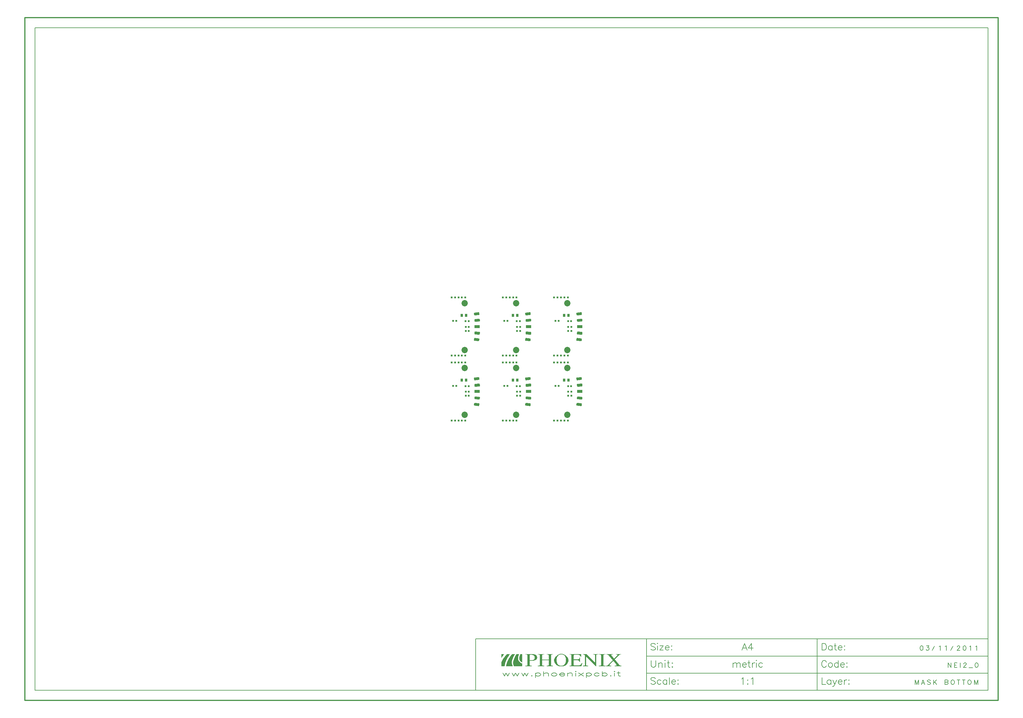
<source format=gbr>
G04 CAM350 V10.2.2 (Build 401) Date:  Thu Nov 03 10:21:45 2011 *
G04 Database: \\SRVPHOENIX\Users\Marina\Documenti\Untitled.cam *
G04 Layer 5: SMB *
%FSLAX33Y33*%
%MOMM*%
%SFA1.000B1.000*%

%MIA0B0*%
%IPPOS*%
%ADD10C,0.25400*%
%ADD22C,0.60096*%
%ADD73R,1.57480X0.81280*%
%ADD30C,1.85090*%
%ADD31R,0.60071X0.60071*%
%ADD32R,0.66040X0.93980*%
%ADD46C,0.12700*%
%ADD84C,0.20000*%
%ADD112C,0.30000*%
%LNSMB*%
%LPD*%
G36*
X25520Y-62644D02*
G01Y-61414D01*
X26337*
X26338Y-61416*
X26280Y-61474*
Y-61491*
X26228Y-61543*
Y-61561*
X26176Y-61613*
Y-61631*
X26123Y-61683*
Y-61700*
X26071Y-61752*
Y-61770*
X26036Y-61805*
Y-61822*
X26001Y-61857*
Y-61875*
X25949Y-61927*
Y-61944*
X25932Y-61962*
Y-61979*
X25879Y-62031*
Y-62049*
X25844Y-62084*
Y-62101*
X25827Y-62119*
Y-62136*
X25810Y-62154*
Y-62171*
X25792Y-62188*
Y-62206*
X25757Y-62241*
Y-62258*
X25722Y-62293*
Y-62310*
X25705Y-62328*
Y-62345*
X25670Y-62380*
Y-62397*
X25653Y-62415*
Y-62432*
X25635Y-62450*
Y-62467*
X25618Y-62485*
Y-62502*
X25583Y-62537*
Y-62554*
X25566Y-62572*
Y-62589*
X25548Y-62607*
Y-62644*
X25520*
G37*
G36*
X30767Y-62764D02*
G01Y-62602D01*
X30785Y-62585*
Y-62445*
X30802Y-62428*
Y-62323*
X30820Y-62306*
Y-62236*
X30837Y-62219*
Y-62166*
X30854Y-62149*
Y-62114*
X30872Y-62097*
Y-62045*
X30889Y-62027*
Y-61992*
X30907Y-61975*
Y-61940*
X30924Y-61922*
Y-61888*
X30942Y-61870*
Y-61835*
X30959Y-61818*
Y-61783*
X30976Y-61766*
Y-61731*
X30994Y-61713*
Y-61696*
X31011Y-61679*
Y-61661*
X31029Y-61643*
Y-61591*
X31046Y-61574*
Y-61539*
X31064Y-61522*
Y-61469*
X31098Y-61434*
Y-61414*
X31597*
Y-63865*
X31569*
Y-63844*
X31554Y-63829*
X31502Y-63812*
X31484Y-63794*
X31414Y-63759*
X31397Y-63742*
X31362Y-63724*
X31345Y-63707*
X31310Y-63689*
X31292Y-63672*
X31257Y-63655*
X31223Y-63620*
X31188Y-63602*
X31135Y-63550*
X31101Y-63533*
X31011Y-63443*
Y-63426*
X30959Y-63374*
Y-63356*
X30924Y-63321*
Y-63304*
X30907Y-63287*
Y-63269*
X30889Y-63252*
Y-63234*
X30872Y-63217*
Y-63199*
X30854Y-63182*
Y-63147*
X30837Y-63130*
Y-63095*
X30820Y-63077*
Y-63043*
X30802Y-63025*
Y-62955*
X30785Y-62938*
Y-62781*
X30767Y-62764*
G37*
G36*
X54088Y-64963D02*
G01Y-64861D01*
X54236Y-64856*
X54364Y-64839*
X54472Y-64811*
X54561Y-64772*
X54630Y-64721*
X54679Y-64660*
X54709Y-64587*
X54719Y-64502*
Y-61865*
X54709Y-61783*
X54679Y-61713*
X54630Y-61653*
X54561Y-61604*
X54472Y-61566*
X54364Y-61538*
X54236Y-61522*
X54088Y-61517*
Y-61415*
X56006*
Y-61517*
X55858Y-61522*
X55730Y-61538*
X55621Y-61566*
X55533Y-61604*
X55463Y-61653*
X55415Y-61713*
X55385Y-61783*
X55375Y-61865*
Y-64502*
X55385Y-64587*
X55415Y-64660*
X55463Y-64721*
X55533Y-64772*
X55621Y-64811*
X55730Y-64839*
X55858Y-64856*
X56006Y-64861*
Y-64963*
X54088*
G37*
G36*
X25520D02*
G01Y-63857D01*
X25538Y-63840*
Y-63805*
X25555Y-63788*
Y-63770*
X25573Y-63753*
Y-63735*
X25590Y-63718*
Y-63701*
X25607Y-63683*
Y-63648*
X25625Y-63631*
Y-63613*
X25642Y-63596*
Y-63578*
X25660Y-63561*
Y-63526*
X25695Y-63491*
Y-63457*
X25712Y-63439*
Y-63421*
X25730Y-63404*
Y-63387*
X25747Y-63369*
Y-63352*
X25764Y-63334*
Y-63317*
X25782Y-63300*
Y-63282*
X25799Y-63265*
Y-63247*
X25817Y-63230*
Y-63212*
X25834Y-63195*
Y-63178*
X25852Y-63160*
Y-63143*
X25869Y-63125*
Y-63108*
X25886Y-63091*
Y-63073*
X25921Y-63038*
Y-63021*
X25939Y-63003*
Y-62986*
X25956Y-62968*
Y-62951*
X25973Y-62934*
Y-62916*
X26008Y-62881*
Y-62864*
X26043Y-62829*
Y-62812*
X26061Y-62794*
Y-62777*
X26096Y-62742*
Y-62724*
X26113Y-62707*
Y-62689*
X26148Y-62655*
Y-62637*
X26200Y-62585*
Y-62568*
X26252Y-62515*
Y-62498*
X26287Y-62463*
Y-62445*
X26375Y-62358*
Y-62341*
X26462Y-62254*
Y-62236*
X26549Y-62149*
Y-62132*
X26619Y-62062*
Y-62045*
X26671Y-61992*
Y-61975*
X26758Y-61888*
Y-61870*
X26862Y-61766*
Y-61747*
X26897Y-61730*
Y-61713*
X27176Y-61434*
Y-61414*
X28041*
Y-61439*
X27989Y-61491*
Y-61508*
X27849Y-61648*
Y-61683*
X27814Y-61718*
Y-61735*
X27795Y-61755*
X27762Y-61771*
Y-61805*
X27710Y-61857*
Y-61892*
X27692Y-61909*
Y-61927*
X27657Y-61962*
Y-61979*
X27623Y-62014*
Y-62031*
X27605Y-62049*
Y-62066*
X27570Y-62101*
Y-62119*
X27536Y-62154*
Y-62171*
X27518Y-62188*
Y-62206*
X27483Y-62241*
Y-62258*
X27466Y-62275*
Y-62293*
X27431Y-62328*
Y-62345*
X27413Y-62363*
Y-62380*
X27379Y-62415*
Y-62432*
X27344Y-62467*
Y-62485*
X27326Y-62502*
Y-62520*
X27309Y-62537*
Y-62572*
X27289Y-62591*
X27257Y-62608*
Y-62624*
X27239Y-62641*
Y-62659*
X27222Y-62676*
Y-62694*
X27204Y-62711*
Y-62729*
X27187Y-62746*
Y-62764*
X27169Y-62781*
Y-62798*
X27152Y-62816*
Y-62833*
X27134Y-62851*
Y-62868*
X27117Y-62886*
Y-62903*
X27100Y-62920*
Y-62938*
X27082Y-62955*
Y-62973*
X27065Y-62990*
Y-63007*
X27047Y-63025*
Y-63043*
X27030Y-63060*
Y-63095*
X27013Y-63112*
Y-63130*
X26995Y-63147*
Y-63164*
X26978Y-63182*
Y-63217*
X26960Y-63234*
Y-63252*
X26943Y-63269*
Y-63287*
X26925Y-63304*
Y-63339*
X26908Y-63356*
Y-63374*
X26890Y-63391*
Y-63426*
X26873Y-63443*
Y-63461*
X26856Y-63478*
Y-63513*
X26838Y-63530*
Y-63548*
X26821Y-63565*
Y-63600*
X26803Y-63618*
Y-63653*
X26786Y-63670*
Y-63705*
X26768Y-63722*
Y-63740*
X26751Y-63757*
Y-63809*
X26734Y-63827*
Y-63844*
X26716Y-63862*
Y-63949*
X26699Y-63966*
Y-64002*
X26664Y-64020*
Y-64036*
X26646Y-64053*
Y-64106*
X26629Y-64123*
Y-64193*
X26611Y-64210*
Y-64280*
X26594Y-64298*
Y-64367*
X26577Y-64385*
Y-64454*
X26559Y-64472*
Y-64559*
X26542Y-64576*
Y-64646*
X26524Y-64664*
Y-64768*
X26507Y-64786*
Y-64855*
X26490Y-64873*
Y-64963*
X25520*
G37*
G36*
X28954Y-64158D02*
G01Y-63927D01*
X28972Y-63910*
Y-63753*
X28989Y-63735*
Y-63648*
X29007Y-63631*
Y-63561*
X29024Y-63544*
Y-63491*
X29042Y-63474*
Y-63421*
X29059Y-63404*
Y-63369*
X29076Y-63352*
Y-63300*
X29094Y-63282*
Y-63247*
X29111Y-63230*
Y-63195*
X29129Y-63178*
Y-63143*
X29146Y-63125*
Y-63108*
X29164Y-63091*
Y-63055*
X29181Y-63038*
Y-63003*
X29198Y-62986*
Y-62951*
X29216Y-62934*
Y-62916*
X29233Y-62899*
Y-62881*
X29251Y-62864*
Y-62829*
X29268Y-62812*
Y-62777*
X29286Y-62759*
Y-62742*
X29303Y-62724*
Y-62689*
X29320Y-62672*
Y-62637*
X29338Y-62620*
Y-62602*
X29355Y-62585*
Y-62568*
X29373Y-62550*
Y-62515*
X29390Y-62498*
Y-62463*
X29408Y-62445*
Y-62428*
X29425Y-62411*
Y-62358*
X29460Y-62323*
Y-62289*
X29477Y-62271*
Y-62254*
X29495Y-62236*
Y-62219*
X29512Y-62202*
Y-62184*
X29530Y-62166*
Y-62132*
X29547Y-62114*
Y-62097*
X29582Y-62062*
Y-62027*
X29599Y-62010*
Y-61992*
X29634Y-61957*
Y-61940*
X29652Y-61922*
Y-61905*
X29669Y-61888*
Y-61870*
X29704Y-61835*
Y-61818*
X29791Y-61731*
Y-61713*
X29809Y-61696*
Y-61679*
X29826Y-61661*
Y-61643*
X29843Y-61626*
Y-61609*
X29878Y-61574*
Y-61556*
X29896Y-61539*
Y-61522*
X29931Y-61487*
Y-61469*
X29948Y-61452*
Y-61414*
X30729*
X30730Y-61416*
X30708Y-61439*
Y-61456*
X30690Y-61474*
Y-61508*
X30673Y-61526*
Y-61543*
X30656Y-61561*
Y-61596*
X30638Y-61613*
Y-61631*
X30621Y-61648*
Y-61683*
X30603Y-61700*
Y-61718*
X30586Y-61735*
Y-61770*
X30569Y-61787*
Y-61822*
X30551Y-61840*
Y-61875*
X30534Y-61892*
Y-61927*
X30516Y-61944*
Y-61979*
X30499Y-61997*
Y-62066*
X30481Y-62084*
Y-62119*
X30464Y-62136*
Y-62206*
X30447Y-62223*
Y-62310*
X30429Y-62328*
Y-62432*
X30412Y-62450*
Y-62829*
X30429Y-62846*
Y-62916*
X30447Y-62934*
Y-63021*
X30464Y-63038*
Y-63073*
X30499Y-63108*
Y-63160*
X30516Y-63178*
Y-63212*
X30534Y-63230*
Y-63265*
X30551Y-63282*
Y-63300*
X30569Y-63317*
Y-63334*
X30586Y-63352*
Y-63369*
X30621Y-63404*
Y-63421*
X30656Y-63457*
Y-63474*
X30726Y-63544*
Y-63561*
X30743Y-63578*
Y-63596*
X30845Y-63698*
X30880Y-63716*
X30900Y-63735*
Y-63753*
X30915Y-63768*
X30950Y-63785*
X30985Y-63821*
X31020Y-63838*
X31144Y-63962*
Y-63977*
X31227Y-63994*
X31299Y-64030*
X31316Y-64047*
X31454Y-64116*
X31507Y-64134*
X31541Y-64151*
X31597Y-64170*
Y-64963*
X29181*
Y-64925*
X29164Y-64908*
Y-64890*
X29146Y-64873*
Y-64855*
X29129Y-64838*
Y-64803*
X29111Y-64786*
Y-64751*
X29094Y-64733*
Y-64716*
X29076Y-64699*
Y-64664*
X29059Y-64646*
Y-64611*
X29042Y-64594*
Y-64542*
X29024Y-64524*
Y-64489*
X29007Y-64472*
Y-64419*
X28989Y-64402*
Y-64315*
X28972Y-64298*
Y-64176*
X28954Y-64158*
G37*
G36*
X26897Y-64963D02*
G01Y-64903D01*
X26915Y-64886*
Y-64816*
X26932Y-64799*
Y-64729*
X26950Y-64712*
Y-64642*
X26967Y-64624*
Y-64572*
X26985Y-64555*
Y-64485*
X27002Y-64467*
Y-64415*
X27019Y-64398*
Y-64363*
X27037Y-64346*
Y-64311*
X27054Y-64293*
Y-64241*
X27072Y-64223*
Y-64171*
X27089Y-64154*
Y-64136*
X27107Y-64119*
Y-64067*
X27124Y-64049*
Y-64014*
X27142Y-63997*
Y-63962*
X27159Y-63944*
Y-63927*
X27176Y-63910*
Y-63875*
X27194Y-63857*
Y-63823*
X27211Y-63805*
Y-63788*
X27229Y-63770*
Y-63735*
X27246Y-63718*
Y-63683*
X27264Y-63666*
Y-63648*
X27281Y-63631*
Y-63613*
X27298Y-63596*
Y-63561*
X27316Y-63544*
Y-63526*
X27333Y-63509*
Y-63474*
X27351Y-63457*
Y-63439*
X27368Y-63421*
Y-63404*
X27385Y-63387*
Y-63369*
X27403Y-63352*
Y-63334*
X27420Y-63317*
Y-63300*
X27438Y-63282*
Y-63265*
X27455Y-63247*
Y-63230*
X27473Y-63212*
Y-63195*
X27490Y-63178*
Y-63160*
X27508Y-63143*
Y-63125*
X27525Y-63108*
Y-63091*
X27542Y-63073*
Y-63055*
X27560Y-63038*
Y-63021*
X27577Y-63003*
Y-62986*
X27595Y-62968*
Y-62951*
X27612Y-62934*
Y-62916*
X27647Y-62881*
Y-62864*
X27664Y-62846*
Y-62829*
X27699Y-62794*
Y-62777*
X27717Y-62759*
Y-62742*
X27734Y-62724*
Y-62707*
X27769Y-62672*
Y-62655*
X27786Y-62637*
Y-62620*
X27821Y-62585*
Y-62568*
X27839Y-62550*
Y-62533*
X27874Y-62498*
Y-62480*
X27908Y-62445*
Y-62428*
X27943Y-62393*
Y-62376*
X27978Y-62341*
Y-62323*
X28013Y-62289*
Y-62271*
X28048Y-62236*
Y-62219*
X28083Y-62184*
Y-62166*
X28135Y-62114*
Y-62097*
X28187Y-62045*
Y-62027*
X28240Y-61975*
Y-61957*
X28292Y-61905*
Y-61888*
X28362Y-61818*
Y-61800*
X28397Y-61766*
Y-61731*
X28416Y-61711*
X28451Y-61694*
X28501Y-61643*
Y-61626*
X28553Y-61574*
Y-61556*
X28625Y-61484*
X28658Y-61468*
Y-61452*
X28696Y-61414*
X29579*
X29580Y-61416*
X29558Y-61439*
Y-61457*
X29523Y-61475*
Y-61491*
X29453Y-61561*
Y-61578*
X29401Y-61631*
Y-61648*
X29366Y-61683*
Y-61700*
X29348Y-61718*
Y-61735*
X29314Y-61770*
Y-61787*
X29296Y-61805*
Y-61822*
X29261Y-61857*
Y-61875*
X29226Y-61909*
Y-61927*
X29209Y-61944*
Y-61962*
X29191Y-61979*
Y-61997*
X29157Y-62031*
Y-62066*
X29122Y-62101*
Y-62119*
X29104Y-62136*
Y-62154*
X29087Y-62171*
Y-62188*
X29069Y-62206*
Y-62223*
X29052Y-62241*
Y-62275*
X29035Y-62293*
Y-62310*
X29017Y-62328*
Y-62345*
X29000Y-62363*
Y-62380*
X28982Y-62397*
Y-62415*
X28965Y-62432*
Y-62467*
X28947Y-62485*
Y-62502*
X28930Y-62520*
Y-62554*
X28912Y-62572*
Y-62589*
X28895Y-62607*
Y-62641*
X28878Y-62659*
Y-62676*
X28860Y-62694*
Y-62729*
X28843Y-62746*
Y-62781*
X28825Y-62798*
Y-62833*
X28808Y-62851*
Y-62886*
X28791Y-62903*
Y-62938*
X28773Y-62955*
Y-62990*
X28756Y-63007*
Y-63043*
X28738Y-63060*
Y-63077*
X28721Y-63095*
Y-63112*
X28705Y-63127*
X28721Y-63143*
Y-63164*
X28703Y-63182*
Y-63234*
X28686Y-63252*
Y-63287*
X28668Y-63304*
Y-63339*
X28651Y-63356*
Y-63409*
X28634Y-63426*
Y-63478*
X28616Y-63496*
Y-63600*
X28599Y-63618*
Y-64136*
X28616Y-64154*
Y-64241*
X28634Y-64258*
Y-64346*
X28651Y-64363*
Y-64415*
X28668Y-64433*
Y-64467*
X28686Y-64485*
Y-64537*
X28703Y-64555*
Y-64572*
X28721Y-64590*
Y-64624*
X28738Y-64642*
Y-64677*
X28756Y-64694*
Y-64729*
X28773Y-64746*
Y-64764*
X28791Y-64781*
Y-64799*
X28808Y-64816*
Y-64834*
X28825Y-64851*
Y-64886*
X28860Y-64921*
Y-64963*
X26897*
G37*
G36*
X32598D02*
G01Y-64861D01*
X32731Y-64856*
X32846Y-64839*
X32943Y-64811*
X33023Y-64772*
X33085Y-64721*
X33129Y-64660*
X33156Y-64587*
X33165Y-64502*
Y-61865*
X33158Y-61783*
X33137Y-61712*
X33103Y-61654*
X33055Y-61608*
X32978Y-61568*
X32876Y-61540*
X32750Y-61522*
X32598Y-61517*
Y-61415*
X34329*
X34518Y-61418*
X34697Y-61430*
X34864Y-61448*
X35021Y-61474*
X35166Y-61507*
X35301Y-61548*
X35425Y-61595*
X35539Y-61651*
X35650Y-61719*
X35747Y-61795*
X35828Y-61879*
X35896Y-61971*
X35947Y-62071*
X35985Y-62178*
X36007Y-62294*
X36015Y-62417*
X36006Y-62542*
X35980Y-62660*
X35935Y-62770*
X35873Y-62873*
X35794Y-62969*
X35697Y-63056*
X35581Y-63137*
X35449Y-63210*
X35329Y-63264*
X35204Y-63310*
X35074Y-63347*
X34939Y-63376*
X34798Y-63398*
X34654Y-63412*
X34503Y-63417*
X34349Y-63414*
X33821Y-63393*
Y-64529*
X33830Y-64607*
X33857Y-64675*
X33902Y-64732*
X33966Y-64778*
X34047Y-64815*
X34147Y-64841*
X34264Y-64856*
X34400Y-64861*
Y-64963*
X32598*
G37*
G36*
X45473D02*
G01Y-64861D01*
X45606Y-64856*
X45721Y-64839*
X45818Y-64811*
X45898Y-64772*
X45960Y-64721*
X46004Y-64660*
X46031Y-64587*
X46040Y-64502*
Y-61865*
X46033Y-61783*
X46012Y-61712*
X45978Y-61654*
X45930Y-61608*
X45853Y-61568*
X45751Y-61540*
X45625Y-61522*
X45473Y-61517*
Y-61415*
X48890*
Y-62181*
X48755*
X48707Y-62075*
X48641Y-61974*
X48557Y-61882*
X48462Y-61800*
X48353Y-61732*
X48238Y-61679*
X48118Y-61646*
X47996Y-61634*
X47037*
X46957Y-61638*
X46887Y-61649*
X46829Y-61667*
X46781Y-61691*
X46744Y-61723*
X46717Y-61761*
X46701Y-61807*
X46696Y-61860*
Y-62996*
X47687*
X47854Y-62988*
X47999Y-62964*
X48121Y-62924*
X48222Y-62867*
X48300Y-62795*
X48356Y-62706*
X48390Y-62602*
X48401Y-62481*
X48536*
Y-63736*
X48401*
X48386Y-63607*
X48368Y-63550*
X48343Y-63496*
X48310Y-63447*
X48270Y-63401*
X48224Y-63360*
X48169Y-63323*
X48069Y-63276*
X47955Y-63242*
X47828Y-63223*
X47687Y-63216*
X46696*
Y-64529*
X46702Y-64600*
X46720Y-64655*
X46750Y-64696*
X46793Y-64722*
X46870Y-64738*
X47011Y-64743*
X48002*
X48186Y-64731*
X48274Y-64715*
X48361Y-64692*
X48443Y-64664*
X48524Y-64629*
X48678Y-64540*
X48805Y-64437*
X48909Y-64322*
X48991Y-64196*
X49051Y-64057*
X49238*
X48948Y-64963*
X45473*
G37*
G36*
X40963Y-63189D02*
G01X40976Y-63034D01*
X41015Y-62876*
X41076Y-62717*
X41160Y-62557*
X41262Y-62400*
X41382Y-62247*
X41516Y-62099*
X41665Y-61959*
X41823Y-61830*
X41991Y-61711*
X42164Y-61605*
X42344Y-61514*
X42525Y-61441*
X42708Y-61386*
X42889Y-61352*
X43067Y-61340*
X43248Y-61352*
X43432Y-61386*
X43617Y-61440*
X43801Y-61513*
X43980Y-61604*
X44155Y-61709*
X44322Y-61827*
X44481Y-61957*
X44627Y-62097*
X44762Y-62244*
X44880Y-62398*
X44982Y-62554*
X45064Y-62714*
X45126Y-62875*
X45164Y-63033*
X45178Y-63189*
X45168Y-63381*
X45142Y-63564*
X45098Y-63740*
X45036Y-63907*
X44956Y-64067*
X44859Y-64218*
X44744Y-64362*
X44611Y-64497*
X44458Y-64624*
X44295Y-64734*
X44121Y-64827*
X43937Y-64903*
X43743Y-64962*
X43538Y-65004*
X43323Y-65029*
X43099Y-65038*
X42866Y-65029*
X42644Y-65004*
X42433Y-64962*
X42234Y-64903*
X42044Y-64827*
X41866Y-64734*
X41698Y-64624*
X41542Y-64497*
X41406Y-64362*
X41289Y-64218*
X41189Y-64067*
X41108Y-63907*
X41044Y-63740*
X40999Y-63564*
X40972Y-63381*
X40963Y-63189*
G37*
G36*
X36233Y-64963D02*
G01Y-64861D01*
X36366Y-64856*
X36481Y-64839*
X36578Y-64811*
X36658Y-64772*
X36720Y-64721*
X36764Y-64660*
X36790Y-64587*
X36799Y-64502*
Y-61865*
X36790Y-61783*
X36764Y-61713*
X36720Y-61653*
X36658Y-61604*
X36578Y-61566*
X36481Y-61538*
X36366Y-61522*
X36233Y-61517*
Y-61415*
X38022*
Y-61517*
X37889Y-61522*
X37774Y-61538*
X37676Y-61566*
X37597Y-61604*
X37535Y-61653*
X37491Y-61713*
X37464Y-61783*
X37456Y-61865*
Y-63039*
X39405*
Y-61865*
X39396Y-61783*
X39370Y-61713*
X39325Y-61653*
X39264Y-61604*
X39184Y-61566*
X39087Y-61538*
X38972Y-61522*
X38839Y-61517*
Y-61415*
X40628*
Y-61517*
X40495Y-61522*
X40380Y-61538*
X40282Y-61566*
X40203Y-61604*
X40141Y-61653*
X40097Y-61713*
X40070Y-61783*
X40062Y-61865*
Y-64502*
X40070Y-64587*
X40097Y-64660*
X40141Y-64721*
X40203Y-64772*
X40282Y-64811*
X40380Y-64839*
X40495Y-64856*
X40628Y-64861*
Y-64963*
X38839*
Y-64861*
X38972Y-64856*
X39087Y-64839*
X39184Y-64811*
X39264Y-64772*
X39325Y-64721*
X39370Y-64660*
X39396Y-64587*
X39405Y-64502*
Y-63259*
X37456*
Y-64502*
X37464Y-64587*
X37491Y-64660*
X37535Y-64721*
X37597Y-64772*
X37676Y-64811*
X37774Y-64839*
X37889Y-64856*
X38022Y-64861*
Y-64963*
X36233*
G37*
G36*
X56193Y-64861D02*
G01X56278Y-64856D01*
X56364Y-64839*
X56450Y-64810*
X56537Y-64770*
X56624Y-64719*
X56712Y-64656*
X56799Y-64582*
X56888Y-64497*
X58132Y-63215*
X57151Y-62016*
X57047Y-61899*
X56941Y-61798*
X56833Y-61712*
X56725Y-61641*
X56613Y-61587*
X56501Y-61548*
X56386Y-61525*
X56270Y-61517*
Y-61415*
X58207*
Y-61517*
X57993Y-61527*
X57910Y-61539*
X57842Y-61556*
X57789Y-61578*
X57751Y-61604*
X57730Y-61636*
X57724Y-61672*
X57750Y-61752*
X57811Y-61874*
X57937Y-62079*
X58548Y-62798*
X59422Y-61902*
X59473Y-61845*
X59508Y-61789*
X59527Y-61735*
X59532Y-61683*
X59522Y-61644*
X59499Y-61610*
X59462Y-61582*
X59413Y-61558*
X59350Y-61541*
X59274Y-61527*
X59082Y-61517*
Y-61415*
X60607*
Y-61517*
X60494Y-61522*
X60384Y-61540*
X60277Y-61570*
X60173Y-61611*
X60071Y-61664*
X59972Y-61728*
X59876Y-61805*
X59783Y-61892*
X58702Y-62991*
X59918Y-64433*
X60008Y-64534*
X60099Y-64620*
X60190Y-64694*
X60283Y-64754*
X60375Y-64802*
X60469Y-64835*
X60563Y-64855*
X60658Y-64861*
Y-64963*
X58747*
Y-64861*
X58964Y-64852*
X59049Y-64840*
X59119Y-64823*
X59173Y-64801*
X59211Y-64774*
X59235Y-64743*
X59243Y-64706*
X59234Y-64640*
X59207Y-64567*
X59162Y-64490*
X59100Y-64407*
X58304Y-63425*
X57364Y-64395*
X57297Y-64471*
X57248Y-64539*
X57219Y-64598*
X57210Y-64647*
X57218Y-64698*
X57241Y-64741*
X57279Y-64778*
X57332Y-64808*
X57398Y-64832*
X57479Y-64848*
X57575Y-64858*
X57686Y-64861*
Y-64963*
X56193*
Y-64861*
G37*
G36*
X49405Y-64963D02*
G01Y-64861D01*
X49551Y-64855*
X49678Y-64838*
X49784Y-64808*
X49873Y-64766*
X49940Y-64713*
X49990Y-64647*
X50019Y-64570*
X50029Y-64481*
Y-61817*
X49898Y-61685*
X49830Y-61624*
X49742Y-61577*
X49643Y-61543*
X49530Y-61523*
X49405Y-61517*
Y-61415*
X50512*
X52982Y-63993*
Y-61849*
X52972Y-61771*
X52943Y-61704*
X52894Y-61647*
X52826Y-61600*
X52738Y-61564*
X52631Y-61537*
X52504Y-61522*
X52358Y-61517*
Y-61415*
X53890*
Y-61517*
X53743Y-61522*
X53616Y-61539*
X53509Y-61567*
X53421Y-61607*
X53352Y-61657*
X53304Y-61719*
X53275Y-61792*
X53265Y-61876*
Y-65038*
X53177Y-65036*
X50312Y-62090*
Y-64529*
X50322Y-64607*
X50351Y-64675*
X50399Y-64732*
X50468Y-64778*
X50555Y-64815*
X50663Y-64841*
X50790Y-64856*
X50936Y-64861*
Y-64963*
X49405*
G37*
%LPC*%
G36*
X34130Y-63210D02*
G01X34310Y-63216D01*
X34537Y-63203*
X34639Y-63188*
X34735Y-63166*
X34821Y-63138*
X34901Y-63104*
X34973Y-63063*
X35038Y-63016*
X35095Y-62964*
X35144Y-62904*
X35186Y-62839*
X35220Y-62767*
X35247Y-62689*
X35266Y-62605*
X35278Y-62515*
X35282Y-62417*
X35276Y-62320*
X35262Y-62229*
X35238Y-62144*
X35206Y-62065*
X35163Y-61994*
X35112Y-61928*
X35051Y-61868*
X34980Y-61814*
X34900Y-61767*
X34811Y-61727*
X34711Y-61692*
X34604Y-61663*
X34486Y-61642*
X34359Y-61626*
X34223Y-61616*
X34078Y-61613*
X33956Y-61620*
X33914Y-61629*
X33885Y-61640*
X33857Y-61669*
X33837Y-61711*
X33825Y-61768*
X33821Y-61838*
Y-63189*
X34130Y-63210*
G37*
G36*
X41702Y-63374D02*
G01X41718Y-63540D01*
X41745Y-63699*
X41783Y-63848*
X41832Y-63991*
X41892Y-64125*
X41962Y-64251*
X42044Y-64368*
X42138Y-64481*
X42240Y-64577*
X42351Y-64660*
X42470Y-64726*
X42597Y-64779*
X42732Y-64816*
X42876Y-64838*
X43028Y-64845*
X43197Y-64837*
X43357Y-64813*
X43506Y-64773*
X43646Y-64715*
X43776Y-64642*
X43897Y-64553*
X44008Y-64447*
X44109Y-64325*
X44187Y-64208*
X44255Y-64084*
X44313Y-63954*
X44360Y-63816*
X44396Y-63672*
X44423Y-63522*
X44438Y-63364*
X44444Y-63200*
X44439Y-63029*
X44425Y-62865*
X44401Y-62709*
X44368Y-62561*
X44325Y-62421*
X44273Y-62288*
X44212Y-62164*
X44142Y-62047*
X44048Y-61927*
X43945Y-61822*
X43832Y-61734*
X43710Y-61661*
X43578Y-61605*
X43436Y-61565*
X43285Y-61541*
X43125Y-61533*
X42944Y-61541*
X42776Y-61563*
X42619Y-61602*
X42475Y-61655*
X42343Y-61724*
X42222Y-61808*
X42114Y-61907*
X42018Y-62020*
X41942Y-62133*
X41877Y-62255*
X41822Y-62388*
X41777Y-62530*
X41741Y-62682*
X41716Y-62845*
X41701Y-63017*
X41697Y-63200*
X41702Y-63374*
G37*
%LPD*%
G54D10*
X19046Y13302D03*
X18881Y11390D03*
X34046Y13302D03*
X33881Y11390D03*
X49046Y13302D03*
X48881Y11390D03*
X49046Y32302D03*
X48881Y30390D03*
X34046Y32302D03*
X33881Y30390D03*
X19046Y32302D03*
X18881Y30390D03*
G54D73*
X18450Y15500D03*
X33450D03*
X48450D03*
Y34500D03*
X33450D03*
X18450D03*
G54D30*
X14807Y22378D03*
Y8622D03*
X29807Y22378D03*
Y8622D03*
X44807Y22378D03*
Y8622D03*
Y41378D03*
Y27622D03*
X29807Y41378D03*
Y27622D03*
X14807Y41378D03*
Y27622D03*
G54D31*
X12300Y17150D03*
X11400D03*
X15050Y17050D03*
X15950D03*
X15100Y15400D03*
X16000D03*
X15100Y14250D03*
X16000D03*
X27300Y17150D03*
X26400D03*
X30050Y17050D03*
X30950D03*
X30100Y15400D03*
X31000D03*
X30100Y14250D03*
X31000D03*
X42300Y17150D03*
X41400D03*
X45050Y17050D03*
X45950D03*
X45100Y15400D03*
X46000D03*
X45100Y14250D03*
X46000D03*
X42300Y36150D03*
X41400D03*
X45050Y36050D03*
X45950D03*
X45100Y34400D03*
X46000D03*
X45100Y33250D03*
X46000D03*
X27300Y36150D03*
X26400D03*
X30050Y36050D03*
X30950D03*
X30100Y34400D03*
X31000D03*
X30100Y33250D03*
X31000D03*
X12300Y36150D03*
X11400D03*
X15050Y36050D03*
X15950D03*
X15100Y34400D03*
X16000D03*
X15100Y33250D03*
X16000D03*
G54D32*
X15160Y18800D03*
X13941D03*
X30160D03*
X28941D03*
X45160D03*
X43940D03*
X45160Y37800D03*
X43940D03*
X30160D03*
X28941D03*
X15160D03*
X13941D03*
G54D22*
X12965Y26000D03*
X11965D03*
X10965D03*
X13965D03*
X14965D03*
X12965Y43000D03*
X13965D03*
X14965D03*
X11965D03*
X10965D03*
X27965D03*
X28965D03*
X29965D03*
X26965D03*
X25965D03*
X42965D03*
X43965D03*
X44965D03*
X41965D03*
X40965D03*
X42965Y24000D03*
X43965D03*
X44965D03*
X41965D03*
X40965D03*
X27965D03*
X28965D03*
X29965D03*
X26965D03*
X25965D03*
X12965D03*
X13965D03*
X14965D03*
X11965D03*
X10965D03*
X12965Y7000D03*
X11965D03*
X10965D03*
X13965D03*
X14965D03*
X27965D03*
X26965D03*
X25965D03*
X28965D03*
X29965D03*
X42965D03*
X41965D03*
X40965D03*
X43965D03*
X44965D03*
X42965Y26000D03*
X41965D03*
X40965D03*
X43965D03*
X44965D03*
X27965D03*
X26965D03*
X25965D03*
X28965D03*
X29965D03*
G54D10*
X17756Y17071D02*
G01X19075Y17140D01*
X19046Y17698*
X17727Y17629*
X17756Y17071*
X17745Y17278D02*
G01X19068D01*
X17732Y17532D02*
G01X19054D01*
X17756Y17071D02*
G01Y17630D01*
X18010Y17084D02*
G01Y17643D01*
X18264Y17097D02*
G01Y17657D01*
X18518Y17110D02*
G01Y17670D01*
X18772Y17124D02*
G01Y17683D01*
X19026Y17137D02*
G01Y17697D01*
X17727Y13371D02*
G01X19046Y13302D01*
X19075Y13860*
X17756Y13929*
X17727Y13371*
X17736Y13556D02*
G01X19059D01*
X17750Y13810D02*
G01X19072D01*
X17756Y13370D02*
G01Y13929D01*
X18010Y13357D02*
G01Y13916D01*
X18264Y13343D02*
G01Y13903D01*
X18518Y13330D02*
G01Y13889D01*
X18772Y13317D02*
G01Y13876D01*
X19026Y13303D02*
G01Y13863D01*
X17567Y11528D02*
G01X18881Y11390D01*
X18939Y11946*
X17625Y12084*
X17567Y11528*
X17579Y11644D02*
G01X18907D01*
X17606Y11898D02*
G01X18934D01*
X17756Y11508D02*
G01Y12070D01*
X18010Y11482D02*
G01Y12043D01*
X18264Y11455D02*
G01Y12017D01*
X18518Y11428D02*
G01Y11990D01*
X18772Y11402D02*
G01Y11963D01*
X17625Y18916D02*
G01X18939Y19054D01*
X18881Y19610*
X17567Y19472*
X17625Y18916*
X17611Y19056D02*
G01X18939D01*
X17584Y19310D02*
G01X18912D01*
X18443Y19564D02*
G01X18885D01*
X17756Y18930D02*
G01Y19492D01*
X18010Y18957D02*
G01Y19518D01*
X18264Y18983D02*
G01Y19545D01*
X18518Y19010D02*
G01Y19572D01*
X18772Y19037D02*
G01Y19598D01*
X32756Y17071D02*
G01X34075Y17140D01*
X34046Y17698*
X32727Y17629*
X32756Y17071*
X32745Y17278D02*
G01X34067D01*
X32732Y17532D02*
G01X34054D01*
X32756Y17071D02*
G01Y17630D01*
X33010Y17084D02*
G01Y17643D01*
X33264Y17097D02*
G01Y17657D01*
X33518Y17110D02*
G01Y17670D01*
X33772Y17124D02*
G01Y17683D01*
X34026Y17137D02*
G01Y17697D01*
X32727Y13371D02*
G01X34046Y13302D01*
X34075Y13860*
X32756Y13929*
X32727Y13371*
X32736Y13556D02*
G01X34059D01*
X32750Y13810D02*
G01X34072D01*
X32756Y13370D02*
G01Y13929D01*
X33010Y13357D02*
G01Y13916D01*
X33264Y13343D02*
G01Y13903D01*
X33518Y13330D02*
G01Y13889D01*
X33772Y13317D02*
G01Y13876D01*
X34026Y13303D02*
G01Y13863D01*
X32567Y11528D02*
G01X33881Y11390D01*
X33939Y11946*
X32625Y12084*
X32567Y11528*
X32579Y11644D02*
G01X33907D01*
X32606Y11898D02*
G01X33934D01*
X32756Y11508D02*
G01Y12070D01*
X33010Y11482D02*
G01Y12043D01*
X33264Y11455D02*
G01Y12017D01*
X33518Y11428D02*
G01Y11990D01*
X33772Y11402D02*
G01Y11963D01*
X32625Y18916D02*
G01X33939Y19054D01*
X33881Y19610*
X32567Y19472*
X32625Y18916*
X32611Y19056D02*
G01X33939D01*
X32584Y19310D02*
G01X33912D01*
X33443Y19564D02*
G01X33885D01*
X32756Y18930D02*
G01Y19492D01*
X33010Y18957D02*
G01Y19518D01*
X33264Y18983D02*
G01Y19545D01*
X33518Y19010D02*
G01Y19572D01*
X33772Y19037D02*
G01Y19598D01*
X47756Y17071D02*
G01X49075Y17140D01*
X49046Y17698*
X47727Y17629*
X47756Y17071*
X47745Y17278D02*
G01X49067D01*
X47732Y17532D02*
G01X49054D01*
X47756Y17071D02*
G01Y17630D01*
X48010Y17084D02*
G01Y17643D01*
X48264Y17097D02*
G01Y17657D01*
X48518Y17110D02*
G01Y17670D01*
X48772Y17124D02*
G01Y17683D01*
X49026Y17137D02*
G01Y17697D01*
X47727Y13371D02*
G01X49046Y13302D01*
X49075Y13860*
X47756Y13929*
X47727Y13371*
X47736Y13556D02*
G01X49059D01*
X47750Y13810D02*
G01X49072D01*
X47756Y13370D02*
G01Y13929D01*
X48010Y13357D02*
G01Y13916D01*
X48264Y13343D02*
G01Y13903D01*
X48518Y13330D02*
G01Y13889D01*
X48772Y13317D02*
G01Y13876D01*
X49026Y13303D02*
G01Y13863D01*
X47567Y11528D02*
G01X48881Y11390D01*
X48939Y11946*
X47625Y12084*
X47567Y11528*
X47579Y11644D02*
G01X48907D01*
X47606Y11898D02*
G01X48934D01*
X47756Y11508D02*
G01Y12070D01*
X48010Y11482D02*
G01Y12043D01*
X48264Y11455D02*
G01Y12017D01*
X48518Y11428D02*
G01Y11990D01*
X48772Y11402D02*
G01Y11963D01*
X47625Y18916D02*
G01X48939Y19054D01*
X48881Y19610*
X47567Y19472*
X47625Y18916*
X47611Y19056D02*
G01X48939D01*
X47584Y19310D02*
G01X48912D01*
X48443Y19564D02*
G01X48885D01*
X47756Y18930D02*
G01Y19492D01*
X48010Y18957D02*
G01Y19518D01*
X48264Y18983D02*
G01Y19545D01*
X48518Y19010D02*
G01Y19572D01*
X48772Y19037D02*
G01Y19598D01*
X47756Y36071D02*
G01X49075Y36140D01*
X49046Y36698*
X47727Y36629*
X47756Y36071*
X47745Y36278D02*
G01X49067D01*
X47732Y36532D02*
G01X49054D01*
X47756Y36071D02*
G01Y36630D01*
X48010Y36084D02*
G01Y36643D01*
X48264Y36097D02*
G01Y36657D01*
X48518Y36110D02*
G01Y36670D01*
X48772Y36124D02*
G01Y36683D01*
X49026Y36137D02*
G01Y36697D01*
X47727Y32371D02*
G01X49046Y32302D01*
X49075Y32860*
X47756Y32929*
X47727Y32371*
X47736Y32556D02*
G01X49059D01*
X47750Y32810D02*
G01X49072D01*
X47756Y32370D02*
G01Y32929D01*
X48010Y32357D02*
G01Y32916D01*
X48264Y32343D02*
G01Y32903D01*
X48518Y32330D02*
G01Y32889D01*
X48772Y32317D02*
G01Y32876D01*
X49026Y32303D02*
G01Y32863D01*
X47567Y30528D02*
G01X48881Y30390D01*
X48939Y30946*
X47625Y31084*
X47567Y30528*
X47579Y30644D02*
G01X48907D01*
X47606Y30898D02*
G01X48934D01*
X47756Y30508D02*
G01Y31070D01*
X48010Y30482D02*
G01Y31043D01*
X48264Y30455D02*
G01Y31017D01*
X48518Y30428D02*
G01Y30990D01*
X48772Y30402D02*
G01Y30963D01*
X47625Y37916D02*
G01X48939Y38054D01*
X48881Y38610*
X47567Y38472*
X47625Y37916*
X47611Y38056D02*
G01X48939D01*
X47584Y38310D02*
G01X48912D01*
X48443Y38564D02*
G01X48885D01*
X47756Y37930D02*
G01Y38492D01*
X48010Y37956D02*
G01Y38518D01*
X48264Y37983D02*
G01Y38545D01*
X48518Y38010D02*
G01Y38572D01*
X48772Y38037D02*
G01Y38598D01*
X32756Y36071D02*
G01X34075Y36140D01*
X34046Y36698*
X32727Y36629*
X32756Y36071*
X32745Y36278D02*
G01X34067D01*
X32732Y36532D02*
G01X34054D01*
X32756Y36071D02*
G01Y36630D01*
X33010Y36084D02*
G01Y36643D01*
X33264Y36097D02*
G01Y36657D01*
X33518Y36110D02*
G01Y36670D01*
X33772Y36124D02*
G01Y36683D01*
X34026Y36137D02*
G01Y36697D01*
X32727Y32371D02*
G01X34046Y32302D01*
X34075Y32860*
X32756Y32929*
X32727Y32371*
X32736Y32556D02*
G01X34059D01*
X32750Y32810D02*
G01X34072D01*
X32756Y32370D02*
G01Y32929D01*
X33010Y32357D02*
G01Y32916D01*
X33264Y32343D02*
G01Y32903D01*
X33518Y32330D02*
G01Y32889D01*
X33772Y32317D02*
G01Y32876D01*
X34026Y32303D02*
G01Y32863D01*
X32567Y30528D02*
G01X33881Y30390D01*
X33939Y30946*
X32625Y31084*
X32567Y30528*
X32579Y30644D02*
G01X33907D01*
X32606Y30898D02*
G01X33934D01*
X32756Y30508D02*
G01Y31070D01*
X33010Y30482D02*
G01Y31043D01*
X33264Y30455D02*
G01Y31017D01*
X33518Y30428D02*
G01Y30990D01*
X33772Y30402D02*
G01Y30963D01*
X32625Y37916D02*
G01X33939Y38054D01*
X33881Y38610*
X32567Y38472*
X32625Y37916*
X32611Y38056D02*
G01X33939D01*
X32584Y38310D02*
G01X33912D01*
X33443Y38564D02*
G01X33885D01*
X32756Y37930D02*
G01Y38492D01*
X33010Y37956D02*
G01Y38518D01*
X33264Y37983D02*
G01Y38545D01*
X33518Y38010D02*
G01Y38572D01*
X33772Y38037D02*
G01Y38598D01*
X17756Y36071D02*
G01X19075Y36140D01*
X19046Y36698*
X17727Y36629*
X17756Y36071*
X17745Y36278D02*
G01X19068D01*
X17732Y36532D02*
G01X19054D01*
X17756Y36071D02*
G01Y36630D01*
X18010Y36084D02*
G01Y36643D01*
X18264Y36097D02*
G01Y36657D01*
X18518Y36110D02*
G01Y36670D01*
X18772Y36124D02*
G01Y36683D01*
X19026Y36137D02*
G01Y36697D01*
X17727Y32371D02*
G01X19046Y32302D01*
X19075Y32860*
X17756Y32929*
X17727Y32371*
X17736Y32556D02*
G01X19059D01*
X17750Y32810D02*
G01X19072D01*
X17756Y32370D02*
G01Y32929D01*
X18010Y32357D02*
G01Y32916D01*
X18264Y32343D02*
G01Y32903D01*
X18518Y32330D02*
G01Y32889D01*
X18772Y32317D02*
G01Y32876D01*
X19026Y32303D02*
G01Y32863D01*
X17567Y30528D02*
G01X18881Y30390D01*
X18939Y30946*
X17625Y31084*
X17567Y30528*
X17579Y30644D02*
G01X18907D01*
X17606Y30898D02*
G01X18934D01*
X17756Y30508D02*
G01Y31070D01*
X18010Y30482D02*
G01Y31043D01*
X18264Y30455D02*
G01Y31017D01*
X18518Y30428D02*
G01Y30990D01*
X18772Y30402D02*
G01Y30963D01*
X17625Y37916D02*
G01X18939Y38054D01*
X18881Y38610*
X17567Y38472*
X17625Y37916*
X17611Y38056D02*
G01X18939D01*
X17584Y38310D02*
G01X18912D01*
X18443Y38564D02*
G01X18885D01*
X17756Y37930D02*
G01Y38492D01*
X18010Y37956D02*
G01Y38518D01*
X18264Y37983D02*
G01Y38545D01*
X18518Y38010D02*
G01Y38572D01*
X18772Y38037D02*
G01Y38598D01*
G54D84*
X18000Y-57000D02*
G01X68000D01*
Y-72000*
X18000*
Y-57000*
X68000D02*
G01X118000D01*
Y-62000*
X68000*
Y-57000*
X118000Y-62000D02*
G01X68000D01*
Y-67000*
X118000*
Y-62000*
X68000Y-67000D02*
G01X118000D01*
Y-72000*
X68000*
Y-67000*
X118000Y-57000D02*
G01X168000D01*
Y-62000*
X118000*
Y-57000*
X168000Y-62000D02*
G01X118000D01*
Y-67000*
X168000*
Y-62000*
X118000Y-67000D02*
G01X168000D01*
Y-72000*
X118000*
Y-67000*
X25925Y-66975D02*
G01X26425Y-67850D01*
X26925Y-66975D02*
G01X26425Y-67850D01*
X26925Y-66975D02*
G01X27425Y-67850D01*
X27925Y-66975D02*
G01X27425Y-67850D01*
X28675Y-66975D02*
G01X29175Y-67850D01*
X29675Y-66975D02*
G01X29175Y-67850D01*
X29675Y-66975D02*
G01X30175Y-67850D01*
X30675Y-66975D02*
G01X30175Y-67850D01*
X31425Y-66975D02*
G01X31925Y-67850D01*
X32425Y-66975D02*
G01X31925Y-67850D01*
X32425Y-66975D02*
G01X32925Y-67850D01*
X33425Y-66975D02*
G01X32925Y-67850D01*
X34425Y-67725D02*
G01X34300Y-67787D01*
X34425Y-67850*
X34550Y-67787*
X34425Y-67725*
X35550Y-66975D02*
G01Y-68287D01*
Y-67162D02*
G01X35800Y-67037D01*
X36050Y-66975*
X36425*
X36675Y-67037*
X36925Y-67162*
X37050Y-67350*
Y-67475*
X36925Y-67662*
X36675Y-67787*
X36425Y-67850*
X36050*
X35800Y-67787*
X35550Y-67662*
X37925Y-66537D02*
G01Y-67850D01*
Y-67225D02*
G01X38300Y-67037D01*
X38550Y-66975*
X38925*
X39175Y-67037*
X39300Y-67225*
Y-67850*
X40800Y-66975D02*
G01X40550Y-67037D01*
X40300Y-67162*
X40175Y-67350*
Y-67475*
X40300Y-67662*
X40550Y-67787*
X40800Y-67850*
X41175*
X41425Y-67787*
X41675Y-67662*
X41800Y-67475*
Y-67350*
X41675Y-67162*
X41425Y-67037*
X41175Y-66975*
X40800*
X42550Y-67350D02*
G01X44050D01*
Y-67225*
X43925Y-67100*
X43800Y-67037*
X43550Y-66975*
X43175*
X42925Y-67037*
X42675Y-67162*
X42550Y-67350*
Y-67475*
X42675Y-67662*
X42925Y-67787*
X43175Y-67850*
X43550*
X43800Y-67787*
X44050Y-67662*
X44925Y-66975D02*
G01Y-67850D01*
Y-67225D02*
G01X45300Y-67037D01*
X45550Y-66975*
X45925*
X46175Y-67037*
X46300Y-67225*
Y-67850*
X47175Y-66537D02*
G01X47300Y-66600D01*
X47425Y-66537*
X47300Y-66475*
X47175Y-66537*
X47300Y-66975D02*
G01Y-67850D01*
X48175Y-66975D02*
G01X49550Y-67850D01*
Y-66975D02*
G01X48175Y-67850D01*
X50425Y-66975D02*
G01Y-68287D01*
Y-67162D02*
G01X50675Y-67037D01*
X50925Y-66975*
X51300*
X51550Y-67037*
X51800Y-67162*
X51925Y-67350*
Y-67475*
X51800Y-67662*
X51550Y-67787*
X51300Y-67850*
X50925*
X50675Y-67787*
X50425Y-67662*
X54175Y-67162D02*
G01X53925Y-67037D01*
X53675Y-66975*
X53300*
X53050Y-67037*
X52800Y-67162*
X52675Y-67350*
Y-67475*
X52800Y-67662*
X53050Y-67787*
X53300Y-67850*
X53675*
X53925Y-67787*
X54175Y-67662*
X55050Y-66537D02*
G01Y-67850D01*
Y-67162D02*
G01X55300Y-67037D01*
X55550Y-66975*
X55925*
X56175Y-67037*
X56425Y-67162*
X56550Y-67350*
Y-67475*
X56425Y-67662*
X56175Y-67787*
X55925Y-67850*
X55550*
X55300Y-67787*
X55050Y-67662*
X57550Y-67725D02*
G01X57425Y-67787D01*
X57550Y-67850*
X57675Y-67787*
X57550Y-67725*
X58550Y-66537D02*
G01X58675Y-66600D01*
X58800Y-66537*
X58675Y-66475*
X58550Y-66537*
X58675Y-66975D02*
G01Y-67850D01*
X59800Y-66537D02*
G01Y-67600D01*
X59925Y-67787*
X60175Y-67850*
X60425*
X59425Y-66975D02*
G01X60300D01*
X70614Y-58612D02*
G01X70426Y-58425D01*
X70145Y-58331*
X69770*
X69489Y-58425*
X69301Y-58612*
Y-58800*
X69395Y-58987*
X69489Y-59081*
X69676Y-59175*
X70239Y-59362*
X70426Y-59456*
X70520Y-59550*
X70614Y-59737*
Y-60019*
X70426Y-60206*
X70145Y-60300*
X69770*
X69489Y-60206*
X69301Y-60019*
X71176Y-58331D02*
G01X71270Y-58425D01*
X71364Y-58331*
X71270Y-58237*
X71176Y-58331*
X71270Y-58987D02*
G01Y-60300D01*
X72958Y-58987D02*
G01X71926Y-60300D01*
Y-58987D02*
G01X72958D01*
X71926Y-60300D02*
G01X72958D01*
X73520Y-59550D02*
G01X74645D01*
Y-59362*
X74551Y-59175*
X74458Y-59081*
X74270Y-58987*
X73989*
X73801Y-59081*
X73614Y-59269*
X73520Y-59550*
Y-59737*
X73614Y-60019*
X73801Y-60206*
X73989Y-60300*
X74270*
X74458Y-60206*
X74645Y-60019*
X75395Y-58987D02*
G01X75301Y-59081D01*
X75395Y-59175*
X75489Y-59081*
X75395Y-58987*
Y-60112D02*
G01X75301Y-60206D01*
X75395Y-60300*
X75489Y-60206*
X75395Y-60112*
X69395Y-63331D02*
G01Y-64737D01*
X69489Y-65019*
X69676Y-65206*
X69958Y-65300*
X70145*
X70426Y-65206*
X70614Y-65019*
X70708Y-64737*
Y-63331*
X71558Y-63987D02*
G01Y-65300D01*
Y-64362D02*
G01X71839Y-64081D01*
X72026Y-63987*
X72308*
X72495Y-64081*
X72589Y-64362*
Y-65300*
X73345Y-63331D02*
G01X73439Y-63425D01*
X73533Y-63331*
X73439Y-63237*
X73345Y-63331*
X73439Y-63987D02*
G01Y-65300D01*
X74383Y-63331D02*
G01Y-64925D01*
X74476Y-65206*
X74664Y-65300*
X74851*
X74101Y-63987D02*
G01X74758D01*
X75608D02*
G01X75514Y-64081D01*
X75608Y-64175*
X75701Y-64081*
X75608Y-63987*
Y-65112D02*
G01X75514Y-65206D01*
X75608Y-65300*
X75701Y-65206*
X75608Y-65112*
X70614Y-68612D02*
G01X70426Y-68425D01*
X70145Y-68331*
X69770*
X69489Y-68425*
X69301Y-68612*
Y-68800*
X69395Y-68987*
X69489Y-69081*
X69676Y-69175*
X70239Y-69362*
X70426Y-69456*
X70520Y-69550*
X70614Y-69737*
Y-70019*
X70426Y-70206*
X70145Y-70300*
X69770*
X69489Y-70206*
X69301Y-70019*
X72301Y-69269D02*
G01X72114Y-69081D01*
X71926Y-68987*
X71645*
X71458Y-69081*
X71270Y-69269*
X71176Y-69550*
Y-69737*
X71270Y-70019*
X71458Y-70206*
X71645Y-70300*
X71926*
X72114Y-70206*
X72301Y-70019*
X73989Y-68987D02*
G01Y-70300D01*
Y-69269D02*
G01X73801Y-69081D01*
X73614Y-68987*
X73333*
X73145Y-69081*
X72958Y-69269*
X72864Y-69550*
Y-69737*
X72958Y-70019*
X73145Y-70206*
X73333Y-70300*
X73614*
X73801Y-70206*
X73989Y-70019*
X74739Y-68331D02*
G01Y-70300D01*
X75395Y-69550D02*
G01X76520D01*
Y-69362*
X76426Y-69175*
X76333Y-69081*
X76145Y-68987*
X75864*
X75676Y-69081*
X75489Y-69269*
X75395Y-69550*
Y-69737*
X75489Y-70019*
X75676Y-70206*
X75864Y-70300*
X76145*
X76333Y-70206*
X76520Y-70019*
X77270Y-68987D02*
G01X77176Y-69081D01*
X77270Y-69175*
X77364Y-69081*
X77270Y-68987*
Y-70112D02*
G01X77176Y-70206D01*
X77270Y-70300*
X77364Y-70206*
X77270Y-70112*
X119395Y-58331D02*
G01Y-60300D01*
Y-58331D02*
G01X120051D01*
X120333Y-58425*
X120520Y-58612*
X120614Y-58800*
X120708Y-59081*
Y-59550*
X120614Y-59831*
X120520Y-60019*
X120333Y-60206*
X120051Y-60300*
X119395*
X122395Y-58987D02*
G01Y-60300D01*
Y-59269D02*
G01X122208Y-59081D01*
X122020Y-58987*
X121739*
X121551Y-59081*
X121364Y-59269*
X121270Y-59550*
Y-59737*
X121364Y-60019*
X121551Y-60206*
X121739Y-60300*
X122020*
X122208Y-60206*
X122395Y-60019*
X123239Y-58331D02*
G01Y-59925D01*
X123333Y-60206*
X123520Y-60300*
X123708*
X122958Y-58987D02*
G01X123614D01*
X124176Y-59550D02*
G01X125301D01*
Y-59362*
X125208Y-59175*
X125114Y-59081*
X124926Y-58987*
X124645*
X124458Y-59081*
X124270Y-59269*
X124176Y-59550*
Y-59737*
X124270Y-60019*
X124458Y-60206*
X124645Y-60300*
X124926*
X125114Y-60206*
X125301Y-60019*
X126051Y-58987D02*
G01X125958Y-59081D01*
X126051Y-59175*
X126145Y-59081*
X126051Y-58987*
Y-60112D02*
G01X125958Y-60206D01*
X126051Y-60300*
X126145Y-60206*
X126051Y-60112*
X120708Y-63800D02*
G01X120614Y-63612D01*
X120426Y-63425*
X120239Y-63331*
X119864*
X119676Y-63425*
X119489Y-63612*
X119395Y-63800*
X119301Y-64081*
Y-64550*
X119395Y-64831*
X119489Y-65019*
X119676Y-65206*
X119864Y-65300*
X120239*
X120426Y-65206*
X120614Y-65019*
X120708Y-64831*
X121739Y-63987D02*
G01X121551Y-64081D01*
X121364Y-64269*
X121270Y-64550*
Y-64737*
X121364Y-65019*
X121551Y-65206*
X121739Y-65300*
X122020*
X122208Y-65206*
X122395Y-65019*
X122489Y-64737*
Y-64550*
X122395Y-64269*
X122208Y-64081*
X122020Y-63987*
X121739*
X124176Y-63331D02*
G01Y-65300D01*
Y-64269D02*
G01X123989Y-64081D01*
X123801Y-63987*
X123520*
X123333Y-64081*
X123145Y-64269*
X123051Y-64550*
Y-64737*
X123145Y-65019*
X123333Y-65206*
X123520Y-65300*
X123801*
X123989Y-65206*
X124176Y-65019*
X124833Y-64550D02*
G01X125958D01*
Y-64362*
X125864Y-64175*
X125770Y-64081*
X125583Y-63987*
X125301*
X125114Y-64081*
X124926Y-64269*
X124833Y-64550*
Y-64737*
X124926Y-65019*
X125114Y-65206*
X125301Y-65300*
X125583*
X125770Y-65206*
X125958Y-65019*
X126708Y-63987D02*
G01X126614Y-64081D01*
X126708Y-64175*
X126801Y-64081*
X126708Y-63987*
Y-65112D02*
G01X126614Y-65206D01*
X126708Y-65300*
X126801Y-65206*
X126708Y-65112*
X119395Y-68331D02*
G01Y-70300D01*
Y-70300D02*
G01X120520D01*
X122020Y-68987D02*
G01Y-70300D01*
Y-69269D02*
G01X121833Y-69081D01*
X121645Y-68987*
X121364*
X121176Y-69081*
X120989Y-69269*
X120895Y-69550*
Y-69737*
X120989Y-70019*
X121176Y-70206*
X121364Y-70300*
X121645*
X121833Y-70206*
X122020Y-70019*
X122583Y-68987D02*
G01X123145Y-70300D01*
X123708Y-68987D02*
G01X123145Y-70300D01*
X122958Y-70675*
X122770Y-70862*
X122583Y-70956*
X122489*
X124176Y-69550D02*
G01X125301D01*
Y-69362*
X125208Y-69175*
X125114Y-69081*
X124926Y-68987*
X124645*
X124458Y-69081*
X124270Y-69269*
X124176Y-69550*
Y-69737*
X124270Y-70019*
X124458Y-70206*
X124645Y-70300*
X124926*
X125114Y-70206*
X125301Y-70019*
X125958Y-68987D02*
G01Y-70300D01*
Y-69550D02*
G01X126051Y-69269D01*
X126239Y-69081*
X126426Y-68987*
X126708*
X127270D02*
G01X127176Y-69081D01*
X127270Y-69175*
X127364Y-69081*
X127270Y-68987*
Y-70112D02*
G01X127176Y-70206D01*
X127270Y-70300*
X127364Y-70206*
X127270Y-70112*
X96713Y-58331D02*
G01X95963Y-60300D01*
X96713Y-58331D02*
G01X97463Y-60300D01*
X96244Y-59644D02*
G01X97181D01*
X98775Y-58331D02*
G01X97838Y-59644D01*
X99244*
X98775Y-58331D02*
G01Y-60300D01*
X93384Y-63987D02*
G01Y-65300D01*
Y-64362D02*
G01X93666Y-64081D01*
X93853Y-63987*
X94134*
X94322Y-64081*
X94416Y-64362*
Y-65300*
Y-64362D02*
G01X94697Y-64081D01*
X94884Y-63987*
X95166*
X95353Y-64081*
X95447Y-64362*
Y-65300*
X96103Y-64550D02*
G01X97228D01*
Y-64362*
X97134Y-64175*
X97041Y-64081*
X96853Y-63987*
X96572*
X96384Y-64081*
X96197Y-64269*
X96103Y-64550*
Y-64737*
X96197Y-65019*
X96384Y-65206*
X96572Y-65300*
X96853*
X97041Y-65206*
X97228Y-65019*
X97978Y-63331D02*
G01Y-64925D01*
X98072Y-65206*
X98259Y-65300*
X98447*
X97697Y-63987D02*
G01X98353D01*
X99009D02*
G01Y-65300D01*
Y-64550D02*
G01X99103Y-64269D01*
X99291Y-64081*
X99478Y-63987*
X99759*
X100134Y-63331D02*
G01X100228Y-63425D01*
X100322Y-63331*
X100228Y-63237*
X100134Y-63331*
X100228Y-63987D02*
G01Y-65300D01*
X102009Y-64269D02*
G01X101822Y-64081D01*
X101634Y-63987*
X101353*
X101166Y-64081*
X100978Y-64269*
X100884Y-64550*
Y-64737*
X100978Y-65019*
X101166Y-65206*
X101353Y-65300*
X101634*
X101822Y-65206*
X102009Y-65019*
X95869Y-68706D02*
G01X96056Y-68612D01*
X96338Y-68331*
Y-70300*
X97650Y-68987D02*
G01X97556Y-69081D01*
X97650Y-69175*
X97744Y-69081*
X97650Y-68987*
Y-70112D02*
G01X97556Y-70206D01*
X97650Y-70300*
X97744Y-70206*
X97650Y-70112*
X98681Y-68706D02*
G01X98869Y-68612D01*
X99150Y-68331*
Y-70300*
G54D112*
X-114000Y-75000D02*
G01Y125000D01*
X171000*
Y-75000*
X-114000*
G54D84*
X-111000Y122000D02*
G01X168000D01*
Y-72000*
X-111000*
Y122000*
G54D46*
G01X148512Y-59008D02*
X148325Y-59070D01*
X148200Y-59258D01*
X148137Y-59570D01*
Y-59758D01*
X148200Y-60070D01*
X148325Y-60258D01*
X148512Y-60320D01*
X148637D01*
X148825Y-60258D01*
X148950Y-60070D01*
X149012Y-59758D01*
Y-59570D01*
X148950Y-59258D01*
X148825Y-59070D01*
X148637Y-59008D01*
X148512D01*
X150022D02*
X150710D01*
X150335Y-59508D01*
X150522D01*
X150647Y-59570D01*
X150710Y-59633D01*
X150772Y-59820D01*
Y-59945D01*
X150710Y-60133D01*
X150585Y-60258D01*
X150397Y-60320D01*
X150210D01*
X150022Y-60258D01*
X149960Y-60195D01*
X149897Y-60070D01*
X152345Y-59070D02*
X151657Y-60383D01*
X153730Y-59258D02*
X153855Y-59195D01*
X154042Y-59008D01*
Y-60320D01*
X155490Y-59258D02*
X155615Y-59195D01*
X155802Y-59008D01*
Y-60320D01*
X157750Y-59070D02*
X157062Y-60383D01*
X159010Y-59320D02*
Y-59258D01*
X159072Y-59133D01*
X159135Y-59070D01*
X159260Y-59008D01*
X159510D01*
X159635Y-59070D01*
X159697Y-59133D01*
X159760Y-59258D01*
Y-59383D01*
X159697Y-59508D01*
X159572Y-59695D01*
X158947Y-60320D01*
X159822D01*
X161082Y-59008D02*
X160895Y-59070D01*
X160770Y-59258D01*
X160707Y-59570D01*
Y-59758D01*
X160770Y-60070D01*
X160895Y-60258D01*
X161082Y-60320D01*
X161207D01*
X161395Y-60258D01*
X161520Y-60070D01*
X161582Y-59758D01*
Y-59570D01*
X161520Y-59258D01*
X161395Y-59070D01*
X161207Y-59008D01*
X161082D01*
X162655Y-59258D02*
X162780Y-59195D01*
X162967Y-59008D01*
Y-60320D01*
X164415Y-59258D02*
X164540Y-59195D01*
X164727Y-59008D01*
Y-60320D01*
G01X156302Y-64008D02*
Y-65320D01*
Y-64008D02*
X157177Y-65320D01*
Y-64008D02*
Y-65320D01*
X158187Y-64008D02*
Y-65320D01*
Y-64008D02*
X159000D01*
X158187Y-64633D02*
X158687D01*
X158187Y-65320D02*
X159000D01*
X159885Y-64008D02*
Y-65320D01*
X160895Y-64320D02*
Y-64258D01*
X160957Y-64133D01*
X161020Y-64070D01*
X161145Y-64008D01*
X161395D01*
X161520Y-64070D01*
X161582Y-64133D01*
X161645Y-64258D01*
Y-64383D01*
X161582Y-64508D01*
X161457Y-64695D01*
X160832Y-65320D01*
X161707D01*
X162405Y-65445D02*
X163530D01*
X164602Y-64008D02*
X164415Y-64070D01*
X164290Y-64258D01*
X164227Y-64570D01*
Y-64758D01*
X164290Y-65070D01*
X164415Y-65258D01*
X164602Y-65320D01*
X164727D01*
X164915Y-65258D01*
X165040Y-65070D01*
X165102Y-64758D01*
Y-64570D01*
X165040Y-64258D01*
X164915Y-64070D01*
X164727Y-64008D01*
X164602D01*
G01X146690Y-69008D02*
Y-70320D01*
Y-69008D02*
X147190Y-70320D01*
X147690Y-69008D02*
X147190Y-70320D01*
X147690Y-69008D02*
Y-70320D01*
X149012Y-69008D02*
X148512Y-70320D01*
X149012Y-69008D02*
X149512Y-70320D01*
X148700Y-69883D02*
X149325D01*
X151147Y-69195D02*
X151022Y-69070D01*
X150835Y-69008D01*
X150585D01*
X150397Y-69070D01*
X150272Y-69195D01*
Y-69320D01*
X150335Y-69445D01*
X150397Y-69508D01*
X150522Y-69570D01*
X150897Y-69695D01*
X151022Y-69758D01*
X151085Y-69820D01*
X151147Y-69945D01*
Y-70133D01*
X151022Y-70258D01*
X150835Y-70320D01*
X150585D01*
X150397Y-70258D01*
X150272Y-70133D01*
X152095Y-69008D02*
Y-70320D01*
X152970Y-69008D02*
X152095Y-69883D01*
X152407Y-69570D02*
X152970Y-70320D01*
X155427Y-69008D02*
Y-70320D01*
Y-69008D02*
X155990D01*
X156177Y-69070D01*
X156240Y-69133D01*
X156302Y-69258D01*
Y-69383D01*
X156240Y-69508D01*
X156177Y-69570D01*
X155990Y-69633D01*
X155427D02*
X155990D01*
X156177Y-69695D01*
X156240Y-69758D01*
X156302Y-69883D01*
Y-70070D01*
X156240Y-70195D01*
X156177Y-70258D01*
X155990Y-70320D01*
X155427D01*
X157562Y-69008D02*
X157437Y-69070D01*
X157312Y-69195D01*
X157250Y-69320D01*
X157187Y-69508D01*
Y-69820D01*
X157250Y-70008D01*
X157312Y-70133D01*
X157437Y-70258D01*
X157562Y-70320D01*
X157812D01*
X157937Y-70258D01*
X158062Y-70133D01*
X158125Y-70008D01*
X158187Y-69820D01*
Y-69508D01*
X158125Y-69320D01*
X158062Y-69195D01*
X157937Y-69070D01*
X157812Y-69008D01*
X157562D01*
X159385D02*
Y-70320D01*
X158947Y-69008D02*
X159822D01*
X160895D02*
Y-70320D01*
X160457Y-69008D02*
X161332D01*
X162467D02*
X162342Y-69070D01*
X162217Y-69195D01*
X162155Y-69320D01*
X162092Y-69508D01*
Y-69820D01*
X162155Y-70008D01*
X162217Y-70133D01*
X162342Y-70258D01*
X162467Y-70320D01*
X162717D01*
X162842Y-70258D01*
X162967Y-70133D01*
X163030Y-70008D01*
X163092Y-69820D01*
Y-69508D01*
X163030Y-69320D01*
X162967Y-69195D01*
X162842Y-69070D01*
X162717Y-69008D01*
X162467D01*
X164040D02*
Y-70320D01*
Y-69008D02*
X164540Y-70320D01*
X165040Y-69008D02*
X164540Y-70320D01*
X165040Y-69008D02*
Y-70320D01*
M02*

</source>
